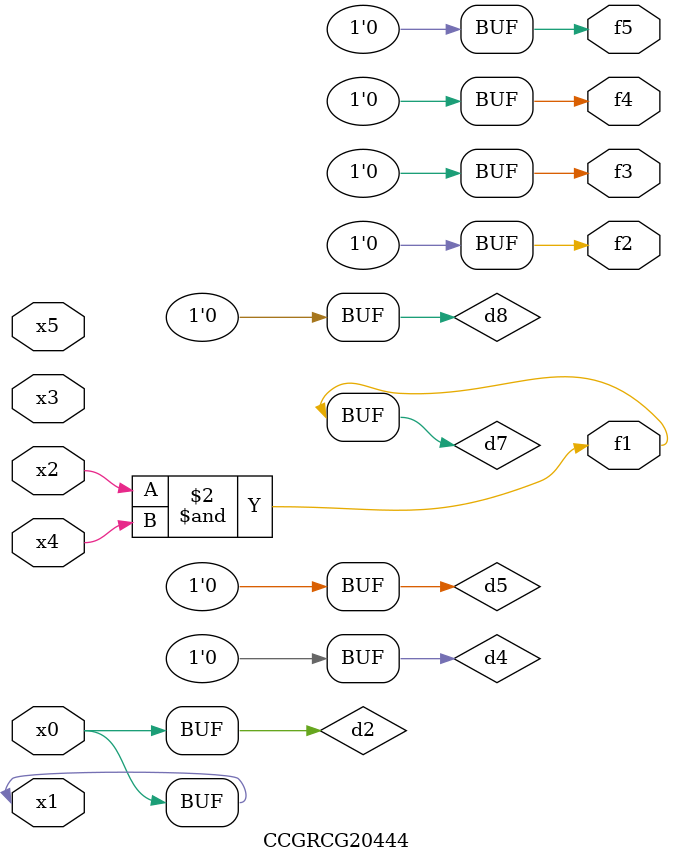
<source format=v>
module CCGRCG20444(
	input x0, x1, x2, x3, x4, x5,
	output f1, f2, f3, f4, f5
);

	wire d1, d2, d3, d4, d5, d6, d7, d8, d9;

	nand (d1, x1);
	buf (d2, x0, x1);
	nand (d3, x2, x4);
	and (d4, d1, d2);
	and (d5, d1, d2);
	nand (d6, d1, d3);
	not (d7, d3);
	xor (d8, d5);
	nor (d9, d5, d6);
	assign f1 = d7;
	assign f2 = d8;
	assign f3 = d8;
	assign f4 = d8;
	assign f5 = d8;
endmodule

</source>
